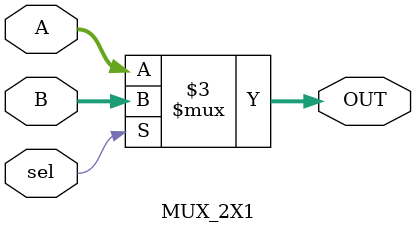
<source format=v>
module MUX_2X1 #(parameter N = 8)(
input       wire       [N-1:0]       A,
input       wire       [N-1:0]       B,
input       wire                     sel,
output      reg        [N-1:0]       OUT
);



always@(*)
begin
	if(sel)
		begin
			OUT = B;
		end
	else
		begin
			OUT = A;
		end
end







endmodule
</source>
